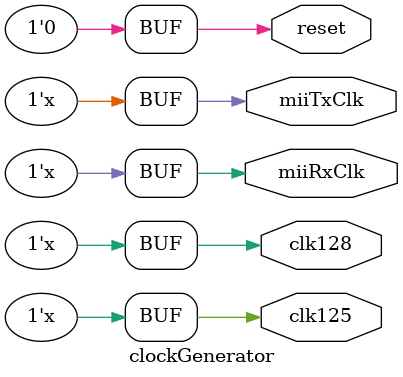
<source format=v>
`timescale 1ns/1ps

module clockGenerator(
  output reg clk128,
  output reg clk125,
  output reg miiTxClk,
  output reg miiRxClk,
  output reg reset);

initial
begin
    clk128 = 0;
	clk125 = 0;
    miiTxClk = 0;
    miiRxClk = 1;
    reset = 0;
    #100
    reset = 1;
    #100
    reset = 0;
end

task RESET;
begin

    reset = 1'b0;
    #100
    reset = 1'b1;
    #100
    reset = 1'b0;

end
endtask


always #6 clk128 = ~clk128;
always #4 clk125 = ~clk125;
always #20 miiTxClk = ~miiTxClk;
always #20 miiRxClk = ~miiRxClk;

endmodule

</source>
